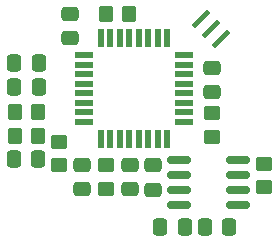
<source format=gbr>
%TF.GenerationSoftware,KiCad,Pcbnew,(6.0.9)*%
%TF.CreationDate,2024-03-30T18:12:03+01:00*%
%TF.ProjectId,HBW-IO-4-FM_Platine1,4842572d-494f-42d3-942d-464d5f506c61,rev?*%
%TF.SameCoordinates,Original*%
%TF.FileFunction,Paste,Top*%
%TF.FilePolarity,Positive*%
%FSLAX46Y46*%
G04 Gerber Fmt 4.6, Leading zero omitted, Abs format (unit mm)*
G04 Created by KiCad (PCBNEW (6.0.9)) date 2024-03-30 18:12:03*
%MOMM*%
%LPD*%
G01*
G04 APERTURE LIST*
G04 Aperture macros list*
%AMRoundRect*
0 Rectangle with rounded corners*
0 $1 Rounding radius*
0 $2 $3 $4 $5 $6 $7 $8 $9 X,Y pos of 4 corners*
0 Add a 4 corners polygon primitive as box body*
4,1,4,$2,$3,$4,$5,$6,$7,$8,$9,$2,$3,0*
0 Add four circle primitives for the rounded corners*
1,1,$1+$1,$2,$3*
1,1,$1+$1,$4,$5*
1,1,$1+$1,$6,$7*
1,1,$1+$1,$8,$9*
0 Add four rect primitives between the rounded corners*
20,1,$1+$1,$2,$3,$4,$5,0*
20,1,$1+$1,$4,$5,$6,$7,0*
20,1,$1+$1,$6,$7,$8,$9,0*
20,1,$1+$1,$8,$9,$2,$3,0*%
%AMRotRect*
0 Rectangle, with rotation*
0 The origin of the aperture is its center*
0 $1 length*
0 $2 width*
0 $3 Rotation angle, in degrees counterclockwise*
0 Add horizontal line*
21,1,$1,$2,0,0,$3*%
G04 Aperture macros list end*
%ADD10RoundRect,0.250000X-0.475000X0.337500X-0.475000X-0.337500X0.475000X-0.337500X0.475000X0.337500X0*%
%ADD11RoundRect,0.250000X0.350000X0.450000X-0.350000X0.450000X-0.350000X-0.450000X0.350000X-0.450000X0*%
%ADD12RoundRect,0.250000X0.450000X-0.350000X0.450000X0.350000X-0.450000X0.350000X-0.450000X-0.350000X0*%
%ADD13RoundRect,0.250000X0.337500X0.475000X-0.337500X0.475000X-0.337500X-0.475000X0.337500X-0.475000X0*%
%ADD14RoundRect,0.250000X-0.450000X0.350000X-0.450000X-0.350000X0.450000X-0.350000X0.450000X0.350000X0*%
%ADD15RotRect,0.400000X1.900000X135.000000*%
%ADD16RoundRect,0.250000X0.475000X-0.337500X0.475000X0.337500X-0.475000X0.337500X-0.475000X-0.337500X0*%
%ADD17RoundRect,0.250000X-0.337500X-0.475000X0.337500X-0.475000X0.337500X0.475000X-0.337500X0.475000X0*%
%ADD18RoundRect,0.150000X0.825000X0.150000X-0.825000X0.150000X-0.825000X-0.150000X0.825000X-0.150000X0*%
%ADD19R,1.600000X0.550000*%
%ADD20R,0.550000X1.600000*%
G04 APERTURE END LIST*
D10*
%TO.C,C4*%
X133137500Y-95862500D03*
X133137500Y-97937500D03*
%TD*%
D11*
%TO.C,R2*%
X125400000Y-91400000D03*
X123400000Y-91400000D03*
%TD*%
D12*
%TO.C,R6*%
X144500000Y-97750000D03*
X144500000Y-95750000D03*
%TD*%
D11*
%TO.C,R3*%
X125400000Y-93400000D03*
X123400000Y-93400000D03*
%TD*%
D13*
%TO.C,C5*%
X137787500Y-101100000D03*
X135712500Y-101100000D03*
%TD*%
D14*
%TO.C,R4*%
X131137500Y-95900000D03*
X131137500Y-97900000D03*
%TD*%
D13*
%TO.C,C6*%
X125387500Y-95400000D03*
X123312500Y-95400000D03*
%TD*%
D10*
%TO.C,C1*%
X128100000Y-83062500D03*
X128100000Y-85137500D03*
%TD*%
D15*
%TO.C,Y1*%
X140848528Y-85248528D03*
X140000000Y-84400000D03*
X139151472Y-83551472D03*
%TD*%
D16*
%TO.C,C3*%
X140100000Y-89737500D03*
X140100000Y-87662500D03*
%TD*%
D11*
%TO.C,R1*%
X133100000Y-83100000D03*
X131100000Y-83100000D03*
%TD*%
D14*
%TO.C,R7*%
X140100000Y-91500000D03*
X140100000Y-93500000D03*
%TD*%
D13*
%TO.C,C7*%
X125437500Y-89300000D03*
X123362500Y-89300000D03*
%TD*%
D17*
%TO.C,C10*%
X139500000Y-101100000D03*
X141575000Y-101100000D03*
%TD*%
%TO.C,C2*%
X123362500Y-87200000D03*
X125437500Y-87200000D03*
%TD*%
D10*
%TO.C,C8*%
X135100000Y-95900000D03*
X135100000Y-97975000D03*
%TD*%
D18*
%TO.C,IC2*%
X142275000Y-99305000D03*
X142275000Y-98035000D03*
X142275000Y-96765000D03*
X142275000Y-95495000D03*
X137325000Y-95495000D03*
X137325000Y-96765000D03*
X137325000Y-98035000D03*
X137325000Y-99305000D03*
%TD*%
D12*
%TO.C,R5*%
X127200000Y-95900000D03*
X127200000Y-93900000D03*
%TD*%
D19*
%TO.C,IC1*%
X137750000Y-92200000D03*
X137750000Y-91400000D03*
X137750000Y-90600000D03*
X137750000Y-89800000D03*
X137750000Y-89000000D03*
X137750000Y-88200000D03*
X137750000Y-87400000D03*
X137750000Y-86600000D03*
D20*
X136300000Y-85150000D03*
X135500000Y-85150000D03*
X134700000Y-85150000D03*
X133900000Y-85150000D03*
X133100000Y-85150000D03*
X132300000Y-85150000D03*
X131500000Y-85150000D03*
X130700000Y-85150000D03*
D19*
X129250000Y-86600000D03*
X129250000Y-87400000D03*
X129250000Y-88200000D03*
X129250000Y-89000000D03*
X129250000Y-89800000D03*
X129250000Y-90600000D03*
X129250000Y-91400000D03*
X129250000Y-92200000D03*
D20*
X130700000Y-93650000D03*
X131500000Y-93650000D03*
X132300000Y-93650000D03*
X133100000Y-93650000D03*
X133900000Y-93650000D03*
X134700000Y-93650000D03*
X135500000Y-93650000D03*
X136300000Y-93650000D03*
%TD*%
D10*
%TO.C,C9*%
X129137500Y-95862500D03*
X129137500Y-97937500D03*
%TD*%
M02*

</source>
